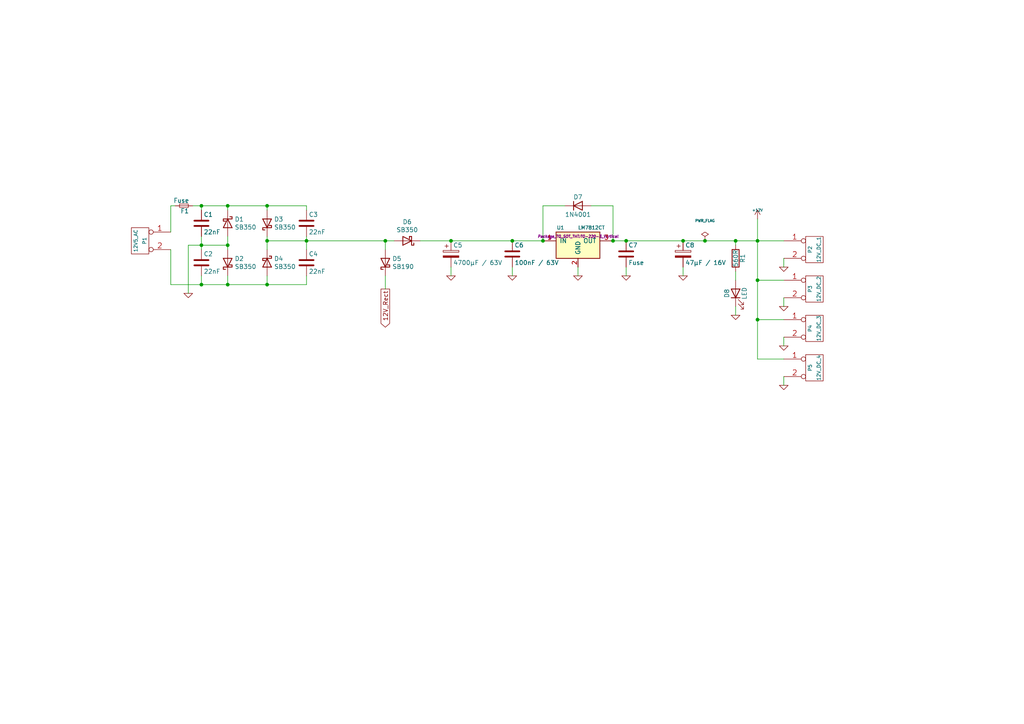
<source format=kicad_sch>
(kicad_sch (version 20231120) (generator "eeschema") (generator_version "8.0")
  (paper "A4")
  (title_block (title "KT88 12V, 6,3V DC Regler & Einschaltverzögerung") (date "2021-03-31") (rev "1.0") (company "Daniel Walter") (comment 1 "fordprfkt@googlemail.com") (comment 2 "12V Spannungsregler"))
  (lib_symbols
    (symbol "12V_6V3_Delay-rescue:CONN_2-12V_Supply_V2-rescue" (pin_names (offset 1.016) hide)
      (property "Reference" "P" (at -1.27 0 90))
      (property "Value" "CONN_2-12V_Supply_V2-rescue" (at 1.27 0 90))
      (symbol "CONN_2-12V_Supply_V2-rescue_0_1"
        (rectangle (start -2.54 3.81) (end 2.54 -3.81))
      )
      (symbol "CONN_2-12V_Supply_V2-rescue_1_1"
        (pin passive inverted (at -8.89 2.54 0) (length 6.35) (name "P1") (number "1"))
        (pin passive inverted (at -8.89 -2.54 0) (length 6.35) (name "P2") (number "2"))
      )
    )
    (symbol "12V_6V3_Delay-rescue:F_Small-12V_Supply_V2-rescue" (pin_numbers hide) (pin_names (offset 0.254) hide)
      (property "Reference" "F" (at -1.016 1.524 0))
      (property "Value" "F_Small-12V_Supply_V2-rescue" (at -3.048 -1.524 0))
      (symbol "F_Small-12V_Supply_V2-rescue_0_1"
        (rectangle (start -1.27 0.508) (end 1.27 -0.508))
        (polyline (pts (xy -1.27 0) (xy 1.27 0)))
      )
      (symbol "F_Small-12V_Supply_V2-rescue_1_1"
        (pin passive line (at -2.54 0 0) (length 1.27) (name "~") (number "1"))
        (pin passive line (at 2.54 0 180) (length 1.27) (name "~") (number "2"))
      )
    )
    (symbol "12V_6V3_Delay-rescue:GND-RESCUE-12V_Supply-12V_Supply_V2-rescue" (power) (pin_names (offset 0))
      (symbol "GND-RESCUE-12V_Supply-12V_Supply_V2-rescue_0_1"
        (polyline (pts (xy -1.27 0) (xy 0 -1.27) (xy 1.27 0) (xy -1.27 0)))
      )
      (symbol "GND-RESCUE-12V_Supply-12V_Supply_V2-rescue_1_1"
        (pin power_in line (at 0 0 90) (length 0) hide (name "GND") (number "1"))
      )
    )
    (symbol "12V_6V3_Delay-rescue:LM7812CT-12V_Supply_V2-rescue" (pin_names (offset 1.016))
      (property "Reference" "U" (at -5.08 5.08 0))
      (property "Value" "LM7812CT-12V_Supply_V2-rescue" (at 0 5.08 0))
      (symbol "LM7812CT-12V_Supply_V2-rescue_0_1"
        (rectangle (start -6.35 3.81) (end 6.35 -3.81) (stroke (width 0.254)) (fill (type background)))
      )
      (symbol "LM7812CT-12V_Supply_V2-rescue_1_1"
        (pin input line (at -10.16 1.27 0) (length 3.81) (name "IN") (number "1"))
        (pin power_in line (at 0 -6.35 90) (length 2.54) (name "GND") (number "2"))
        (pin power_out line (at 10.16 1.27 180) (length 3.81) (name "OUT") (number "3"))
      )
    )
    (symbol "Device:C" (pin_numbers hide) (pin_names (offset 0.254))
      (property "Reference" "C" (at 0.635 2.54 0))
      (property "Value" "C" (at 0.635 -2.54 0))
      (symbol "C_0_1"
        (polyline (pts (xy -2.032 -0.762) (xy 2.032 -0.762)) (stroke (width 0.508)))
        (polyline (pts (xy -2.032 0.762) (xy 2.032 0.762)) (stroke (width 0.508)))
      )
      (symbol "C_1_1"
        (pin passive line (at 0 3.81 270) (length 2.794) (name "~") (number "1"))
        (pin passive line (at 0 -3.81 90) (length 2.794) (name "~") (number "2"))
      )
    )
    (symbol "Device:CP" (pin_numbers hide) (pin_names (offset 0.254))
      (property "Reference" "C" (at 0.635 2.54 0))
      (property "Value" "Device_CP" (at 0.635 -2.54 0))
      (symbol "CP_0_1"
        (rectangle (start -2.286 0.508) (end 2.286 1.016))
        (polyline (pts (xy -1.778 2.286) (xy -0.762 2.286)))
        (polyline (pts (xy -1.27 2.794) (xy -1.27 1.778)))
        (rectangle (start 2.286 -0.508) (end -2.286 -1.016) (fill (type outline)))
      )
      (symbol "CP_1_1"
        (pin passive line (at 0 3.81 270) (length 2.794) (name "~") (number "1"))
        (pin passive line (at 0 -3.81 90) (length 2.794) (name "~") (number "2"))
      )
    )
    (symbol "Device:D" (pin_numbers hide) (pin_names (offset 1.016) hide)
      (property "Reference" "D" (at 0 2.54 0))
      (property "Value" "D" (at 0 -2.54 0))
      (symbol "D_0_1"
        (polyline (pts (xy -1.27 1.27) (xy -1.27 -1.27)) (stroke (width 0.254)))
        (polyline (pts (xy 1.27 0) (xy -1.27 0)))
        (polyline (pts (xy 1.27 1.27) (xy 1.27 -1.27) (xy -1.27 0) (xy 1.27 1.27)) (stroke (width 0.254)))
      )
      (symbol "D_1_1"
        (pin passive line (at -3.81 0 0) (length 2.54) (name "K") (number "1"))
        (pin passive line (at 3.81 0 180) (length 2.54) (name "A") (number "2"))
      )
    )
    (symbol "Device:D_Schottky" (pin_numbers hide) (pin_names (offset 1.016) hide)
      (property "Reference" "D" (at 0 2.54 0))
      (property "Value" "D_Schottky" (at 0 -2.54 0))
      (symbol "D_Schottky_0_1"
        (polyline (pts (xy 1.27 0) (xy -1.27 0)))
        (polyline (pts (xy 1.27 1.27) (xy 1.27 -1.27) (xy -1.27 0) (xy 1.27 1.27)) (stroke (width 0.254)))
        (polyline (pts (xy -1.905 0.635) (xy -1.905 1.27) (xy -1.27 1.27) (xy -1.27 -1.27) (xy -0.635 -1.27) (xy -0.635 -0.635)) (stroke (width 0.254)))
      )
      (symbol "D_Schottky_1_1"
        (pin passive line (at -3.81 0 0) (length 2.54) (name "K") (number "1"))
        (pin passive line (at 3.81 0 180) (length 2.54) (name "A") (number "2"))
      )
    )
    (symbol "Device:LED" (pin_numbers hide) (pin_names (offset 1.016) hide)
      (property "Reference" "D" (at 0 2.54 0))
      (property "Value" "LED" (at 0 -2.54 0))
      (symbol "LED_0_1"
        (polyline (pts (xy -1.27 -1.27) (xy -1.27 1.27)) (stroke (width 0.254)))
        (polyline (pts (xy -1.27 0) (xy 1.27 0)))
        (polyline (pts (xy 1.27 -1.27) (xy 1.27 1.27) (xy -1.27 0) (xy 1.27 -1.27)) (stroke (width 0.254)))
        (polyline (pts (xy -3.048 -0.762) (xy -4.572 -2.286) (xy -3.81 -2.286) (xy -4.572 -2.286) (xy -4.572 -1.524)))
        (polyline (pts (xy -1.778 -0.762) (xy -3.302 -2.286) (xy -2.54 -2.286) (xy -3.302 -2.286) (xy -3.302 -1.524)))
      )
      (symbol "LED_1_1"
        (pin passive line (at -3.81 0 0) (length 2.54) (name "K") (number "1"))
        (pin passive line (at 3.81 0 180) (length 2.54) (name "A") (number "2"))
      )
    )
    (symbol "Device:R" (pin_numbers hide) (pin_names (offset 0))
      (property "Reference" "R" (at 2.032 0 90))
      (property "Value" "R" (at 0 0 90))
      (symbol "R_0_1"
        (rectangle (start -1.016 -2.54) (end 1.016 2.54) (stroke (width 0.254)))
      )
      (symbol "R_1_1"
        (pin passive line (at 0 3.81 270) (length 1.27) (name "~") (number "1"))
        (pin passive line (at 0 -3.81 90) (length 1.27) (name "~") (number "2"))
      )
    )
    (symbol "Diode:SB160" (pin_numbers hide) (pin_names (offset 1.016) hide)
      (property "Reference" "D" (at 0 2.54 0))
      (property "Value" "SB160" (at 0 -2.54 0))
      (symbol "SB160_0_1"
        (polyline (pts (xy 1.27 0) (xy -1.27 0)))
        (polyline (pts (xy 1.27 1.27) (xy 1.27 -1.27) (xy -1.27 0) (xy 1.27 1.27)) (stroke (width 0.254)))
        (polyline (pts (xy -1.905 0.635) (xy -1.905 1.27) (xy -1.27 1.27) (xy -1.27 -1.27) (xy -0.635 -1.27) (xy -0.635 -0.635)) (stroke (width 0.254)))
      )
      (symbol "SB160_1_1"
        (pin passive line (at -3.81 0 0) (length 2.54) (name "K") (number "1"))
        (pin passive line (at 3.81 0 180) (length 2.54) (name "A") (number "2"))
      )
    )
    (symbol "power:+12V" (power) (pin_names (offset 0))
      (property "Value" "+12V" (at 0 3.556 0))
      (symbol "+12V_0_1"
        (polyline (pts (xy -0.762 1.27) (xy 0 2.54)))
        (polyline (pts (xy 0 0) (xy 0 2.54)))
        (polyline (pts (xy 0 2.54) (xy 0.762 1.27)))
      )
      (symbol "+12V_1_1"
        (pin power_in line (at 0 0 90) (length 0) hide (name "+12V") (number "1"))
      )
    )
    (symbol "power:PWR_FLAG" (power) (pin_numbers hide) (pin_names (offset 0) hide)
      (property "Value" "PWR_FLAG" (at 0 3.81 0))
      (symbol "PWR_FLAG_0_0"
        (pin power_out line (at 0 0 90) (length 0) (name "pwr") (number "1"))
      )
      (symbol "PWR_FLAG_0_1"
        (polyline (pts (xy 0 0) (xy 0 1.27) (xy -1.016 1.905) (xy 0 2.54) (xy 1.016 1.905) (xy 0 1.27)))
      )
    )
  )
  (junction (at 181.61 69.85))
  (junction (at 198.12 69.85))
  (junction (at 111.76 69.85))
  (junction (at 66.04 82.55))
  (junction (at 58.42 59.69))
  (junction (at 204.47 69.85))
  (junction (at 219.71 92.71))
  (junction (at 213.36 69.85))
  (junction (at 58.42 71.12))
  (junction (at 58.42 82.55))
  (junction (at 77.47 69.85))
  (junction (at 77.47 59.69))
  (junction (at 219.71 81.28))
  (junction (at 177.8 69.85))
  (junction (at 219.71 69.85))
  (junction (at 148.59 69.85))
  (junction (at 157.48 69.85))
  (junction (at 66.04 71.12))
  (junction (at 77.47 82.55))
  (junction (at 130.81 69.85))
  (junction (at 66.04 59.69))
  (junction (at 88.9 69.85))
  (wire (pts (xy 167.64 77.47) (xy 167.64 80.01)))
  (wire (pts (xy 88.9 82.55) (xy 88.9 80.01)))
  (wire (pts (xy 219.71 69.85) (xy 219.71 81.28)))
  (wire (pts (xy 219.71 81.28) (xy 227.33 81.28)))
  (wire (pts (xy 130.81 77.47) (xy 130.81 80.01)))
  (wire (pts (xy 66.04 59.69) (xy 77.47 59.69)))
  (wire (pts (xy 77.47 60.96) (xy 77.47 59.69)))
  (wire (pts (xy 49.53 72.39) (xy 49.53 82.55)))
  (wire (pts (xy 111.76 83.82) (xy 111.76 80.01)))
  (wire (pts (xy 111.76 72.39) (xy 111.76 69.85)))
  (wire (pts (xy 148.59 77.47) (xy 148.59 80.01)))
  (wire (pts (xy 213.36 69.85) (xy 219.71 69.85)))
  (wire (pts (xy 49.53 82.55) (xy 58.42 82.55)))
  (wire (pts (xy 58.42 60.96) (xy 58.42 59.69)))
  (wire (pts (xy 219.71 92.71) (xy 227.33 92.71)))
  (wire (pts (xy 148.59 69.85) (xy 157.48 69.85)))
  (wire (pts (xy 227.33 97.79) (xy 227.33 100.33)))
  (wire (pts (xy 88.9 69.85) (xy 88.9 68.58)))
  (wire (pts (xy 198.12 77.47) (xy 198.12 80.01)))
  (wire (pts (xy 121.92 69.85) (xy 130.81 69.85)))
  (wire (pts (xy 77.47 72.39) (xy 77.47 69.85)))
  (wire (pts (xy 77.47 59.69) (xy 88.9 59.69)))
  (wire (pts (xy 49.53 67.31) (xy 49.53 59.69)))
  (wire (pts (xy 177.8 59.69) (xy 177.8 69.85)))
  (wire (pts (xy 58.42 71.12) (xy 54.61 71.12)))
  (wire (pts (xy 88.9 69.85) (xy 111.76 69.85)))
  (wire (pts (xy 77.47 69.85) (xy 77.47 68.58)))
  (wire (pts (xy 227.33 109.22) (xy 227.33 111.76)))
  (wire (pts (xy 58.42 71.12) (xy 66.04 71.12)))
  (wire (pts (xy 177.8 69.85) (xy 181.61 69.85)))
  (wire (pts (xy 219.71 104.14) (xy 227.33 104.14)))
  (wire (pts (xy 58.42 71.12) (xy 58.42 68.58)))
  (wire (pts (xy 49.53 59.69) (xy 50.8 59.69)))
  (wire (pts (xy 219.71 92.71) (xy 219.71 104.14)))
  (wire (pts (xy 219.71 69.85) (xy 227.33 69.85)))
  (wire (pts (xy 198.12 69.85) (xy 204.47 69.85)))
  (wire (pts (xy 213.36 91.44) (xy 213.36 88.9)))
  (wire (pts (xy 171.45 59.69) (xy 177.8 59.69)))
  (wire (pts (xy 88.9 69.85) (xy 88.9 72.39)))
  (wire (pts (xy 219.71 63.5) (xy 219.71 69.85)))
  (wire (pts (xy 66.04 82.55) (xy 66.04 80.01)))
  (wire (pts (xy 58.42 72.39) (xy 58.42 71.12)))
  (wire (pts (xy 58.42 59.69) (xy 66.04 59.69)))
  (wire (pts (xy 58.42 82.55) (xy 66.04 82.55)))
  (wire (pts (xy 163.83 59.69) (xy 157.48 59.69)))
  (wire (pts (xy 181.61 69.85) (xy 198.12 69.85)))
  (wire (pts (xy 66.04 82.55) (xy 77.47 82.55)))
  (wire (pts (xy 66.04 68.58) (xy 66.04 71.12)))
  (wire (pts (xy 130.81 69.85) (xy 148.59 69.85)))
  (wire (pts (xy 181.61 77.47) (xy 181.61 80.01)))
  (wire (pts (xy 219.71 81.28) (xy 219.71 92.71)))
  (wire (pts (xy 77.47 82.55) (xy 88.9 82.55)))
  (wire (pts (xy 77.47 80.01) (xy 77.47 82.55)))
  (wire (pts (xy 213.36 81.28) (xy 213.36 78.74)))
  (wire (pts (xy 227.33 77.47) (xy 227.33 74.93)))
  (wire (pts (xy 54.61 71.12) (xy 54.61 85.09)))
  (wire (pts (xy 111.76 69.85) (xy 114.3 69.85)))
  (wire (pts (xy 213.36 71.12) (xy 213.36 69.85)))
  (wire (pts (xy 88.9 59.69) (xy 88.9 60.96)))
  (wire (pts (xy 58.42 80.01) (xy 58.42 82.55)))
  (wire (pts (xy 66.04 71.12) (xy 66.04 72.39)))
  (wire (pts (xy 66.04 59.69) (xy 66.04 60.96)))
  (wire (pts (xy 157.48 69.85) (xy 157.48 59.69)))
  (wire (pts (xy 204.47 69.85) (xy 213.36 69.85)))
  (wire (pts (xy 227.33 86.36) (xy 227.33 88.9)))
  (wire (pts (xy 77.47 69.85) (xy 88.9 69.85)))
  (wire (pts (xy 55.88 59.69) (xy 58.42 59.69)))
  (global_label "12V_Rect" (shape output) (at 111.76 83.82 270) (property "Intersheetrefs" "${INTERSHEET_REFS}" (effects (hide yes))))
  (symbol (lib_id "12V_6V3_Delay-rescue:CONN_2-12V_Supply_V2-rescue") (at 40.64 69.85 0) (mirror y) (unit 1)
    (property "Reference" "P1" (at 41.91 69.85 90) (effects (font (size 1.016 1.016))))
    (property "Value" "12V5_AC" (at 39.37 69.85 90) (effects (font (size 1.016 1.016))))
    (property "Footprint" "Connector_Molex:Molex_Mini-Fit_Jr_5566-02A_2x01_P4.20mm_Vertical" (effects (hide yes)))
  )
  (symbol (lib_id "12V_6V3_Delay-rescue:LM7812CT-12V_Supply_V2-rescue") (at 167.64 71.12 0) (unit 1)
    (property "Reference" "U1" (at 162.56 66.04 0) (effects (font (size 1.016 1.016))))
    (property "Value" "LM7812CT" (at 167.64 66.04 0) (effects (font (size 1.016 1.016)) (justify left)))
    (property "Footprint" "Package_TO_SOT_THT:TO-220-3_Vertical" (at 167.64 68.58 0) (effects (font (size 0.762 0.762) (italic yes))))
  )
  (symbol (lib_id "Device:CP") (at 130.81 73.66 0) (unit 1)
    (property "Reference" "C5" (at 131.445 71.12 0) (effects (justify left)))
    (property "Value" "4700µF / 63V" (at 131.445 76.2 0) (effects (justify left)))
    (property "Footprint" "Capacitor_THT:CP_Radial_D18.0mm_P7.50mm" (effects (hide yes)))
  )
  (symbol (lib_id "Device:C") (at 148.59 73.66 0) (unit 1)
    (property "Reference" "C6" (at 149.225 71.12 0) (effects (justify left)))
    (property "Value" "100nF / 63V" (at 149.225 76.2 0) (effects (justify left)))
    (property "Footprint" "Capacitor_THT:C_Disc_D4.3mm_W1.9mm_P5.00mm" (effects (hide yes)))
  )
  (symbol (lib_id "Device:C") (at 181.61 73.66 0) (unit 1)
    (property "Reference" "C7" (at 182.245 71.12 0) (effects (justify left)))
    (property "Value" "Fuse" (at 182.245 76.2 0) (effects (justify left)))
    (property "Footprint" "Capacitor_THT:C_Disc_D4.3mm_W1.9mm_P5.00mm" (effects (hide yes)))
  )
  (symbol (lib_id "Device:CP") (at 198.12 73.66 0) (unit 1)
    (property "Reference" "C8" (at 198.755 71.12 0) (effects (justify left)))
    (property "Value" "47µF / 16V" (at 198.755 76.2 0) (effects (justify left)))
    (property "Footprint" "Capacitor_THT:CP_Radial_D5.0mm_P2.00mm" (effects (hide yes)))
  )
  (symbol (lib_id "12V_6V3_Delay-rescue:CONN_2-12V_Supply_V2-rescue") (at 236.22 72.39 0) (unit 1)
    (property "Reference" "P2" (at 234.95 72.39 90) (effects (font (size 1.016 1.016))))
    (property "Value" "12V_DC_1" (at 237.49 72.39 90) (effects (font (size 1.016 1.016))))
    (property "Footprint" "Connector_Molex:Molex_KK-254_AE-6410-02A_1x02_P2.54mm_Vertical" (effects (hide yes)))
  )
  (symbol (lib_id "12V_6V3_Delay-rescue:CONN_2-12V_Supply_V2-rescue") (at 236.22 83.82 0) (unit 1)
    (property "Reference" "P3" (at 234.95 83.82 90) (effects (font (size 1.016 1.016))))
    (property "Value" "12V_DC_2" (at 237.49 83.82 90) (effects (font (size 1.016 1.016))))
    (property "Footprint" "Connector_Molex:Molex_KK-254_AE-6410-02A_1x02_P2.54mm_Vertical" (effects (hide yes)))
  )
  (symbol (lib_id "12V_6V3_Delay-rescue:GND-RESCUE-12V_Supply-12V_Supply_V2-rescue") (at 227.33 88.9 0) (unit 1)
    (property "Reference" "#PWR011" (effects (hide yes)))
    (property "Value" "GND" (effects (hide yes)))
  )
  (symbol (lib_id "12V_6V3_Delay-rescue:GND-RESCUE-12V_Supply-12V_Supply_V2-rescue") (at 227.33 77.47 0) (unit 1)
    (property "Reference" "#PWR010" (effects (hide yes)))
    (property "Value" "GND" (effects (hide yes)))
  )
  (symbol (lib_id "12V_6V3_Delay-rescue:GND-RESCUE-12V_Supply-12V_Supply_V2-rescue") (at 198.12 80.01 0) (unit 1)
    (property "Reference" "#PWR07" (effects (hide yes)))
    (property "Value" "GND" (effects (hide yes)))
  )
  (symbol (lib_id "12V_6V3_Delay-rescue:GND-RESCUE-12V_Supply-12V_Supply_V2-rescue") (at 181.61 80.01 0) (unit 1)
    (property "Reference" "#PWR06" (effects (hide yes)))
    (property "Value" "GND" (effects (hide yes)))
  )
  (symbol (lib_id "12V_6V3_Delay-rescue:GND-RESCUE-12V_Supply-12V_Supply_V2-rescue") (at 167.64 80.01 0) (unit 1)
    (property "Reference" "#PWR05" (effects (hide yes)))
    (property "Value" "GND" (effects (hide yes)))
  )
  (symbol (lib_id "12V_6V3_Delay-rescue:GND-RESCUE-12V_Supply-12V_Supply_V2-rescue") (at 148.59 80.01 0) (unit 1)
    (property "Reference" "#PWR04" (effects (hide yes)))
    (property "Value" "GND" (effects (hide yes)))
  )
  (symbol (lib_id "12V_6V3_Delay-rescue:GND-RESCUE-12V_Supply-12V_Supply_V2-rescue") (at 130.81 80.01 0) (unit 1)
    (property "Reference" "#PWR03" (effects (hide yes)))
    (property "Value" "GND" (effects (hide yes)))
  )
  (symbol (lib_id "12V_6V3_Delay-rescue:GND-RESCUE-12V_Supply-12V_Supply_V2-rescue") (at 54.61 85.09 0) (unit 1)
    (property "Reference" "#PWR02" (effects (hide yes)))
    (property "Value" "GND" (effects (hide yes)))
  )
  (symbol (lib_id "power:+12V") (at 219.71 63.5 0) (unit 1)
    (property "Reference" "#PWR09" (effects (hide yes)))
    (property "Value" "+12V" (at 219.71 60.96 0) (effects (font (size 0.762 0.762))))
  )
  (symbol (lib_id "Device:D") (at 167.64 59.69 0) (unit 1)
    (property "Reference" "D7" (at 167.64 57.15 0))
    (property "Value" "1N4001" (at 167.64 62.23 0))
    (property "Footprint" "Diode_THT:D_DO-41_SOD81_P10.16mm_Horizontal" (effects (hide yes)))
  )
  (symbol (lib_id "12V_6V3_Delay-rescue:F_Small-12V_Supply_V2-rescue") (at 53.34 59.69 0) (mirror x) (unit 1)
    (property "Reference" "F1" (at 52.324 61.214 0) (effects (justify left)))
    (property "Value" "Fuse" (at 50.292 58.166 0) (effects (justify left)))
    (property "Footprint" "Fuse_Holder_Eska:Fuse_Holder_Eska_509200" (effects (hide yes)))
  )
  (symbol (lib_id "12V_6V3_Delay-rescue:CONN_2-12V_Supply_V2-rescue") (at 236.22 95.25 0) (unit 1)
    (property "Reference" "P4" (at 234.95 95.25 90) (effects (font (size 1.016 1.016))))
    (property "Value" "12V_DC_3" (at 237.49 95.25 90) (effects (font (size 1.016 1.016))))
    (property "Footprint" "Connector_Molex:Molex_KK-254_AE-6410-02A_1x02_P2.54mm_Vertical" (effects (hide yes)))
  )
  (symbol (lib_id "12V_6V3_Delay-rescue:GND-RESCUE-12V_Supply-12V_Supply_V2-rescue") (at 227.33 100.33 0) (unit 1)
    (property "Reference" "#PWR012" (effects (hide yes)))
    (property "Value" "GND" (effects (hide yes)))
  )
  (symbol (lib_id "12V_6V3_Delay-rescue:CONN_2-12V_Supply_V2-rescue") (at 236.22 106.68 0) (unit 1)
    (property "Reference" "P5" (at 234.95 106.68 90) (effects (font (size 1.016 1.016))))
    (property "Value" "12V_DC_4" (at 237.49 106.68 90) (effects (font (size 1.016 1.016))))
    (property "Footprint" "Connector_Molex:Molex_KK-254_AE-6410-02A_1x02_P2.54mm_Vertical" (effects (hide yes)))
  )
  (symbol (lib_id "12V_6V3_Delay-rescue:GND-RESCUE-12V_Supply-12V_Supply_V2-rescue") (at 227.33 111.76 0) (unit 1)
    (property "Reference" "#PWR013" (effects (hide yes)))
    (property "Value" "GND" (effects (hide yes)))
  )
  (symbol (lib_id "power:PWR_FLAG") (at 204.47 69.85 0) (unit 1)
    (property "Reference" "#FLG01" (effects (hide yes)))
    (property "Value" "PWR_FLAG" (at 204.47 64.008 0) (effects (font (size 0.762 0.762))))
  )
  (symbol (lib_id "Device:D_Schottky") (at 66.04 64.77 270) (unit 1)
    (property "Reference" "D1" (at 68.0466 63.6016 90) (effects (justify left)))
    (property "Value" "SB350" (at 68.0466 65.913 90) (effects (justify left)))
    (property "Footprint" "Diode_THT:D_DO-201AD_P15.24mm_Horizontal" (effects (hide yes)))
  )
  (symbol (lib_id "Device:D_Schottky") (at 66.04 76.2 90) (unit 1)
    (property "Reference" "D2" (at 68.0466 75.0316 90) (effects (justify right)))
    (property "Value" "SB350" (at 68.0466 77.343 90) (effects (justify right)))
    (property "Footprint" "Diode_THT:D_DO-201AD_P15.24mm_Horizontal" (effects (hide yes)))
  )
  (symbol (lib_id "Device:C") (at 58.42 76.2 0) (unit 1)
    (property "Reference" "C2" (at 59.055 73.66 0) (effects (justify left)))
    (property "Value" "22nF" (at 59.055 78.74 0) (effects (justify left)))
    (property "Footprint" "Capacitor_THT:C_Disc_D3.0mm_W2.0mm_P2.50mm" (effects (hide yes)))
  )
  (symbol (lib_id "Device:C") (at 58.42 64.77 0) (unit 1)
    (property "Reference" "C1" (at 59.055 62.23 0) (effects (justify left)))
    (property "Value" "22nF" (at 59.055 67.31 0) (effects (justify left)))
    (property "Footprint" "Capacitor_THT:C_Disc_D3.0mm_W2.0mm_P2.50mm" (effects (hide yes)))
  )
  (symbol (lib_id "Device:D_Schottky") (at 77.47 64.77 90) (unit 1)
    (property "Reference" "D3" (at 79.4766 63.6016 90) (effects (justify right)))
    (property "Value" "SB350" (at 79.4766 65.913 90) (effects (justify right)))
    (property "Footprint" "Diode_THT:D_DO-201AD_P15.24mm_Horizontal" (effects (hide yes)))
  )
  (symbol (lib_id "Device:D_Schottky") (at 77.47 76.2 270) (unit 1)
    (property "Reference" "D4" (at 79.4766 75.0316 90) (effects (justify left)))
    (property "Value" "SB350" (at 79.4766 77.343 90) (effects (justify left)))
    (property "Footprint" "Diode_THT:D_DO-201AD_P15.24mm_Horizontal" (effects (hide yes)))
  )
  (symbol (lib_id "Device:C") (at 88.9 76.2 0) (unit 1)
    (property "Reference" "C4" (at 89.535 73.66 0) (effects (justify left)))
    (property "Value" "22nF" (at 89.535 78.74 0) (effects (justify left)))
    (property "Footprint" "Capacitor_THT:C_Disc_D3.0mm_W2.0mm_P2.50mm" (effects (hide yes)))
  )
  (symbol (lib_id "Device:C") (at 88.9 64.77 0) (unit 1)
    (property "Reference" "C3" (at 89.535 62.23 0) (effects (justify left)))
    (property "Value" "22nF" (at 89.535 67.31 0) (effects (justify left)))
    (property "Footprint" "Capacitor_THT:C_Disc_D3.0mm_W2.0mm_P2.50mm" (effects (hide yes)))
  )
  (symbol (lib_id "Diode:SB160") (at 111.76 76.2 90) (unit 1)
    (property "Reference" "D5" (at 113.7666 75.0316 90) (effects (justify right)))
    (property "Value" "SB190" (at 113.7666 77.343 90) (effects (justify right)))
    (property "Footprint" "Diode_THT:D_DO-41_SOD81_P10.16mm_Horizontal" (effects (hide yes)))
    (property "Datasheet" "http://www.diodes.com/_files/datasheets/ds23022.pdf" (effects (hide yes)))
  )
  (symbol (lib_id "Diode:SB160") (at 118.11 69.85 180) (unit 1)
    (property "Reference" "D6" (at 118.11 64.3636 0))
    (property "Value" "SB350" (at 118.11 66.675 0))
    (property "Footprint" "Diode_THT:D_DO-41_SOD81_P10.16mm_Horizontal" (effects (hide yes)))
    (property "Datasheet" "http://www.diodes.com/_files/datasheets/ds23022.pdf" (effects (hide yes)))
  )
  (symbol (lib_id "Device:LED") (at 213.36 85.09 90) (unit 1)
    (property "Reference" "D8" (at 210.82 85.09 0))
    (property "Value" "LED" (at 215.9 85.09 0))
    (property "Footprint" "LED_THT:LED_D3.0mm" (effects (hide yes)))
  )
  (symbol (lib_id "Device:R") (at 213.36 74.93 0) (unit 1)
    (property "Reference" "R1" (at 215.392 74.93 90))
    (property "Value" "560R" (at 213.36 74.93 90))
    (property "Footprint" "Resistor_THT:R_Axial_DIN0207_L6.3mm_D2.5mm_P10.16mm_Horizontal" (effects (hide yes)))
  )
  (symbol (lib_id "12V_6V3_Delay-rescue:GND-RESCUE-12V_Supply-12V_Supply_V2-rescue") (at 213.36 91.44 0) (unit 1)
    (property "Reference" "#PWR08" (effects (hide yes)))
    (property "Value" "GND" (effects (hide yes)))
  )
)
</source>
